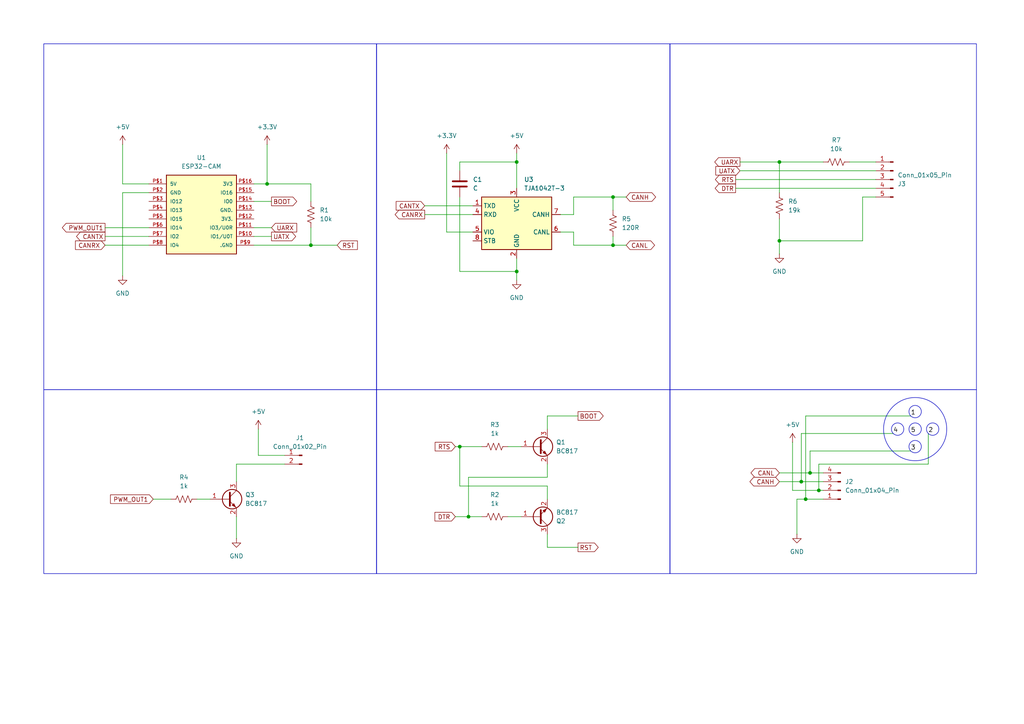
<source format=kicad_sch>
(kicad_sch (version 20250114) (generator "eeschema") (generator_version "9.0")
  (paper "A4")
  (lib_symbols
    (symbol "Connector:Conn_01x02_Pin" (pin_names (offset 1.016) (hide yes))
      (property "Reference" "J" (at 0 2.54 0))
      (property "Value" "Conn_01x02_Pin" (at 0 -5.08 0))
      (symbol "Conn_01x02_Pin_1_1"
        (rectangle (start 0.8636 0.127) (end 0 -0.127) (stroke (width 0.1524)) (fill (type outline)))
        (rectangle (start 0.8636 -2.413) (end 0 -2.667) (stroke (width 0.1524)) (fill (type outline)))
        (polyline (pts (xy 1.27 0) (xy 0.8636 0)) (stroke (width 0.1524)))
        (polyline (pts (xy 1.27 -2.54) (xy 0.8636 -2.54)) (stroke (width 0.1524)))
        (pin passive line (at 5.08 0 180) (length 3.81) (name "Pin_1") (number "1"))
        (pin passive line (at 5.08 -2.54 180) (length 3.81) (name "Pin_2") (number "2"))
      )
    )
    (symbol "Connector:Conn_01x04_Pin" (pin_names (offset 1.016) (hide yes))
      (property "Reference" "J" (at 0 5.08 0))
      (property "Value" "Conn_01x04_Pin" (at 0 -7.62 0))
      (symbol "Conn_01x04_Pin_1_1"
        (rectangle (start 0.8636 2.667) (end 0 2.413) (stroke (width 0.1524)) (fill (type outline)))
        (rectangle (start 0.8636 0.127) (end 0 -0.127) (stroke (width 0.1524)) (fill (type outline)))
        (rectangle (start 0.8636 -2.413) (end 0 -2.667) (stroke (width 0.1524)) (fill (type outline)))
        (rectangle (start 0.8636 -4.953) (end 0 -5.207) (stroke (width 0.1524)) (fill (type outline)))
        (polyline (pts (xy 1.27 2.54) (xy 0.8636 2.54)) (stroke (width 0.1524)))
        (polyline (pts (xy 1.27 0) (xy 0.8636 0)) (stroke (width 0.1524)))
        (polyline (pts (xy 1.27 -2.54) (xy 0.8636 -2.54)) (stroke (width 0.1524)))
        (polyline (pts (xy 1.27 -5.08) (xy 0.8636 -5.08)) (stroke (width 0.1524)))
        (pin passive line (at 5.08 2.54 180) (length 3.81) (name "Pin_1") (number "1"))
        (pin passive line (at 5.08 0 180) (length 3.81) (name "Pin_2") (number "2"))
        (pin passive line (at 5.08 -2.54 180) (length 3.81) (name "Pin_3") (number "3"))
        (pin passive line (at 5.08 -5.08 180) (length 3.81) (name "Pin_4") (number "4"))
      )
    )
    (symbol "Connector:Conn_01x05_Pin" (pin_names (offset 1.016) (hide yes))
      (property "Reference" "J" (at 0 7.62 0))
      (property "Value" "Conn_01x05_Pin" (at 0 -7.62 0))
      (symbol "Conn_01x05_Pin_1_1"
        (rectangle (start 0.8636 5.207) (end 0 4.953) (stroke (width 0.1524)) (fill (type outline)))
        (rectangle (start 0.8636 2.667) (end 0 2.413) (stroke (width 0.1524)) (fill (type outline)))
        (rectangle (start 0.8636 0.127) (end 0 -0.127) (stroke (width 0.1524)) (fill (type outline)))
        (rectangle (start 0.8636 -2.413) (end 0 -2.667) (stroke (width 0.1524)) (fill (type outline)))
        (rectangle (start 0.8636 -4.953) (end 0 -5.207) (stroke (width 0.1524)) (fill (type outline)))
        (polyline (pts (xy 1.27 5.08) (xy 0.8636 5.08)) (stroke (width 0.1524)))
        (polyline (pts (xy 1.27 2.54) (xy 0.8636 2.54)) (stroke (width 0.1524)))
        (polyline (pts (xy 1.27 0) (xy 0.8636 0)) (stroke (width 0.1524)))
        (polyline (pts (xy 1.27 -2.54) (xy 0.8636 -2.54)) (stroke (width 0.1524)))
        (polyline (pts (xy 1.27 -5.08) (xy 0.8636 -5.08)) (stroke (width 0.1524)))
        (pin passive line (at 5.08 5.08 180) (length 3.81) (name "Pin_1") (number "1"))
        (pin passive line (at 5.08 2.54 180) (length 3.81) (name "Pin_2") (number "2"))
        (pin passive line (at 5.08 0 180) (length 3.81) (name "Pin_3") (number "3"))
        (pin passive line (at 5.08 -2.54 180) (length 3.81) (name "Pin_4") (number "4"))
        (pin passive line (at 5.08 -5.08 180) (length 3.81) (name "Pin_5") (number "5"))
      )
    )
    (symbol "Device:C" (pin_numbers (hide yes)) (pin_names (offset 0.254))
      (property "Reference" "C" (at 0.635 2.54 0))
      (property "Value" "C" (at 0.635 -2.54 0))
      (symbol "C_0_1"
        (polyline (pts (xy -2.032 0.762) (xy 2.032 0.762)) (stroke (width 0.508)))
        (polyline (pts (xy -2.032 -0.762) (xy 2.032 -0.762)) (stroke (width 0.508)))
      )
      (symbol "C_1_1"
        (pin passive line (at 0 3.81 270) (length 2.794) (name "~") (number "1"))
        (pin passive line (at 0 -3.81 90) (length 2.794) (name "~") (number "2"))
      )
    )
    (symbol "Device:R_US" (pin_numbers (hide yes)) (pin_names (offset 0))
      (property "Reference" "R" (at 2.54 0 90))
      (property "Value" "R_US" (at -2.54 0 90))
      (symbol "R_US_0_1"
        (polyline (pts (xy 0 2.286) (xy 0 2.54)))
        (polyline (pts (xy 0 2.286) (xy 1.016 1.905) (xy 0 1.524) (xy -1.016 1.143) (xy 0 0.762)))
        (polyline (pts (xy 0 0.762) (xy 1.016 0.381) (xy 0 0) (xy -1.016 -0.381) (xy 0 -0.762)))
        (polyline (pts (xy 0 -0.762) (xy 1.016 -1.143) (xy 0 -1.524) (xy -1.016 -1.905) (xy 0 -2.286)))
        (polyline (pts (xy 0 -2.286) (xy 0 -2.54)))
      )
      (symbol "R_US_1_1"
        (pin passive line (at 0 3.81 270) (length 1.27) (name "~") (number "1"))
        (pin passive line (at 0 -3.81 90) (length 1.27) (name "~") (number "2"))
      )
    )
    (symbol "Esp32:ESP32-CAM" (pin_names (offset 1.016))
      (property "Reference" "U" (at -10.16 20.32 0))
      (property "Value" "ESP32-CAM" (at 0 0 0))
      (symbol "ESP32-CAM_0_0"
        (rectangle (start -10.16 -5.08) (end 10.16 17.78) (stroke (width 0.254)) (fill (type background)))
        (pin bidirectional line (at -15.24 15.24 0) (length 5.08) (name "5V") (number "P$1"))
        (pin bidirectional line (at -15.24 12.7 0) (length 5.08) (name "GND") (number "P$2"))
        (pin bidirectional line (at -15.24 10.16 0) (length 5.08) (name "IO12") (number "P$3"))
        (pin bidirectional line (at -15.24 7.62 0) (length 5.08) (name "IO13") (number "P$4"))
        (pin bidirectional line (at -15.24 5.08 0) (length 5.08) (name "IO15") (number "P$5"))
        (pin bidirectional line (at -15.24 2.54 0) (length 5.08) (name "IO14") (number "P$6"))
        (pin bidirectional line (at -15.24 0 0) (length 5.08) (name "IO2") (number "P$7"))
        (pin bidirectional line (at -15.24 -2.54 0) (length 5.08) (name "IO4") (number "P$8"))
        (pin bidirectional line (at 15.24 15.24 180) (length 5.08) (name "3V3") (number "P$16"))
        (pin bidirectional line (at 15.24 12.7 180) (length 5.08) (name "IO16") (number "P$15"))
        (pin bidirectional line (at 15.24 10.16 180) (length 5.08) (name "IO0") (number "P$14"))
        (pin bidirectional line (at 15.24 7.62 180) (length 5.08) (name "GND.") (number "P$13"))
        (pin bidirectional line (at 15.24 5.08 180) (length 5.08) (name "3V3.") (number "P$12"))
        (pin bidirectional line (at 15.24 2.54 180) (length 5.08) (name "IO3/U0R") (number "P$11"))
        (pin bidirectional line (at 15.24 0 180) (length 5.08) (name "IO1/U0T") (number "P$10"))
        (pin bidirectional line (at 15.24 -2.54 180) (length 5.08) (name ".GND") (number "P$9"))
      )
    )
    (symbol "Interface_CAN_LIN:TJA1042T-3"
      (property "Reference" "U" (at -10.16 8.89 0))
      (property "Value" "TJA1042T-3" (at 1.27 8.89 0))
      (symbol "TJA1042T-3_0_1"
        (rectangle (start -10.16 7.62) (end 10.16 -7.62) (stroke (width 0.254)) (fill (type background)))
      )
      (symbol "TJA1042T-3_1_1"
        (pin input line (at -12.7 5.08 0) (length 2.54) (name "TXD") (number "1"))
        (pin output line (at -12.7 2.54 0) (length 2.54) (name "RXD") (number "4"))
        (pin power_in line (at -12.7 -2.54 0) (length 2.54) (name "VIO") (number "5"))
        (pin input line (at -12.7 -5.08 0) (length 2.54) (name "STB") (number "8"))
        (pin power_in line (at 0 10.16 270) (length 2.54) (name "VCC") (number "3"))
        (pin power_in line (at 0 -10.16 90) (length 2.54) (name "GND") (number "2"))
        (pin bidirectional line (at 12.7 2.54 180) (length 2.54) (name "CANH") (number "7"))
        (pin bidirectional line (at 12.7 -2.54 180) (length 2.54) (name "CANL") (number "6"))
      )
    )
    (symbol "Transistor_BJT:BC817" (pin_names (offset 0) (hide yes))
      (property "Reference" "Q" (at 5.08 1.905 0))
      (property "Value" "BC817" (at 5.08 0 0))
      (symbol "BC817_0_1"
        (polyline (pts (xy -2.54 0) (xy 0.635 0)))
        (polyline (pts (xy 0.635 1.905) (xy 0.635 -1.905)) (stroke (width 0.508)))
        (circle (center 1.27 0) (radius 2.8194) (stroke (width 0.254)))
      )
      (symbol "BC817_1_1"
        (polyline (pts (xy 0.635 0.635) (xy 2.54 2.54)))
        (polyline (pts (xy 0.635 -0.635) (xy 2.54 -2.54)))
        (polyline (pts (xy 1.27 -1.778) (xy 1.778 -1.27) (xy 2.286 -2.286) (xy 1.27 -1.778)) (fill (type outline)))
        (pin input line (at -5.08 0 0) (length 2.54) (name "B") (number "1"))
        (pin passive line (at 2.54 5.08 270) (length 2.54) (name "C") (number "3"))
        (pin passive line (at 2.54 -5.08 90) (length 2.54) (name "E") (number "2"))
      )
    )
    (symbol "power:+3.3V" (power) (pin_numbers (hide yes)) (pin_names (offset 0) (hide yes))
      (property "Value" "+3.3V" (at 0 3.556 0))
      (symbol "+3.3V_0_1"
        (polyline (pts (xy -0.762 1.27) (xy 0 2.54)))
        (polyline (pts (xy 0 2.54) (xy 0.762 1.27)))
        (polyline (pts (xy 0 0) (xy 0 2.54)))
      )
      (symbol "+3.3V_1_1"
        (pin power_in line (at 0 0 90) (length 0) (name "~") (number "1"))
      )
    )
    (symbol "power:+5V" (power) (pin_numbers (hide yes)) (pin_names (offset 0) (hide yes))
      (property "Value" "+5V" (at 0 3.556 0))
      (symbol "+5V_0_1"
        (polyline (pts (xy -0.762 1.27) (xy 0 2.54)))
        (polyline (pts (xy 0 2.54) (xy 0.762 1.27)))
        (polyline (pts (xy 0 0) (xy 0 2.54)))
      )
      (symbol "+5V_1_1"
        (pin power_in line (at 0 0 90) (length 0) (name "~") (number "1"))
      )
    )
    (symbol "power:GND" (power) (pin_numbers (hide yes)) (pin_names (offset 0) (hide yes))
      (property "Value" "GND" (at 0 -3.81 0))
      (symbol "GND_0_1"
        (polyline (pts (xy 0 0) (xy 0 -1.27) (xy 1.27 -1.27) (xy 0 -2.54) (xy -1.27 -1.27) (xy 0 -1.27)))
      )
      (symbol "GND_1_1"
        (pin power_in line (at 0 0 270) (length 0) (name "~") (number "1"))
      )
    )
  )
  (rectangle (start 109.22 113.03) (end 194.31 166.37))
  (circle (center 265.43 124.46) (radius 9.1581))
  (rectangle (start 194.31 113.03) (end 283.21 166.37))
  (circle (center 265.43 119.38) (radius 1.7961))
  (circle (center 260.35 124.46) (radius 1.7961))
  (rectangle (start 109.22 12.7) (end 194.31 113.03))
  (circle (center 265.43 129.54) (radius 1.7961))
  (rectangle (start 12.7 12.7) (end 109.22 113.03))
  (circle (center 265.43 124.46) (radius 1.7961))
  (rectangle (start 194.31 12.7) (end 283.21 113.03))
  (rectangle (start 12.7 113.03) (end 109.22 166.37))
  (circle (center 270.51 124.46) (radius 1.7961))
  (junction (at 135.89 149.86))
  (junction (at 177.8 71.12))
  (junction (at 177.8 57.15))
  (junction (at 133.35 129.54))
  (junction (at 233.68 144.78))
  (junction (at 226.06 46.99))
  (junction (at 232.41 139.7))
  (junction (at 149.86 78.74))
  (junction (at 77.47 53.34))
  (junction (at 234.95 137.16))
  (junction (at 226.06 69.85))
  (junction (at 90.17 71.12))
  (junction (at 237.49 142.24))
  (junction (at 149.86 46.99))
  (wire (pts (xy 177.8 71.12) (xy 181.61 71.12)))
  (wire (pts (xy 264.16 120.65) (xy 233.68 120.65)))
  (wire (pts (xy 137.16 67.31) (xy 129.54 67.31)))
  (wire (pts (xy 246.38 46.99) (xy 254 46.99)))
  (wire (pts (xy 30.48 66.04) (xy 43.18 66.04)))
  (wire (pts (xy 162.56 62.23) (xy 166.37 62.23)))
  (wire (pts (xy 90.17 71.12) (xy 97.79 71.12)))
  (wire (pts (xy 133.35 129.54) (xy 139.7 129.54)))
  (wire (pts (xy 35.56 80.01) (xy 35.56 55.88)))
  (wire (pts (xy 90.17 53.34) (xy 77.47 53.34)))
  (wire (pts (xy 77.47 53.34) (xy 73.66 53.34)))
  (wire (pts (xy 158.75 120.65) (xy 158.75 124.46)))
  (wire (pts (xy 269.24 125.73) (xy 269.24 134.62)))
  (wire (pts (xy 73.66 71.12) (xy 90.17 71.12)))
  (wire (pts (xy 68.58 149.86) (xy 68.58 156.21)))
  (wire (pts (xy 149.86 46.99) (xy 149.86 54.61)))
  (wire (pts (xy 229.87 142.24) (xy 237.49 142.24)))
  (wire (pts (xy 90.17 66.04) (xy 90.17 71.12)))
  (wire (pts (xy 123.19 62.23) (xy 137.16 62.23)))
  (wire (pts (xy 135.89 138.43) (xy 135.89 149.86)))
  (wire (pts (xy 214.63 46.99) (xy 226.06 46.99)))
  (wire (pts (xy 149.86 74.93) (xy 149.86 78.74)))
  (wire (pts (xy 226.06 69.85) (xy 226.06 73.66)))
  (wire (pts (xy 57.15 144.78) (xy 60.96 144.78)))
  (wire (pts (xy 133.35 46.99) (xy 149.86 46.99)))
  (wire (pts (xy 237.49 134.62) (xy 237.49 142.24)))
  (wire (pts (xy 229.87 128.27) (xy 229.87 142.24)))
  (wire (pts (xy 158.75 144.78) (xy 158.75 140.97)))
  (wire (pts (xy 226.06 137.16) (xy 234.95 137.16)))
  (wire (pts (xy 250.19 69.85) (xy 226.06 69.85)))
  (wire (pts (xy 30.48 68.58) (xy 43.18 68.58)))
  (wire (pts (xy 226.06 139.7) (xy 232.41 139.7)))
  (wire (pts (xy 68.58 134.62) (xy 82.55 134.62)))
  (wire (pts (xy 269.24 134.62) (xy 237.49 134.62)))
  (wire (pts (xy 238.76 46.99) (xy 226.06 46.99)))
  (wire (pts (xy 44.45 144.78) (xy 49.53 144.78)))
  (wire (pts (xy 166.37 62.23) (xy 166.37 57.15)))
  (wire (pts (xy 35.56 41.91) (xy 35.56 53.34)))
  (wire (pts (xy 73.66 68.58) (xy 78.74 68.58)))
  (wire (pts (xy 74.93 132.08) (xy 82.55 132.08)))
  (wire (pts (xy 73.66 66.04) (xy 78.74 66.04)))
  (wire (pts (xy 133.35 78.74) (xy 149.86 78.74)))
  (wire (pts (xy 233.68 144.78) (xy 238.76 144.78)))
  (wire (pts (xy 68.58 139.7) (xy 68.58 134.62)))
  (wire (pts (xy 30.48 71.12) (xy 43.18 71.12)))
  (wire (pts (xy 233.68 120.65) (xy 233.68 144.78)))
  (wire (pts (xy 213.36 52.07) (xy 254 52.07)))
  (wire (pts (xy 167.64 120.65) (xy 158.75 120.65)))
  (wire (pts (xy 167.64 158.75) (xy 158.75 158.75)))
  (wire (pts (xy 158.75 138.43) (xy 135.89 138.43)))
  (wire (pts (xy 132.08 149.86) (xy 135.89 149.86)))
  (wire (pts (xy 264.16 130.81) (xy 234.95 130.81)))
  (wire (pts (xy 133.35 49.53) (xy 133.35 46.99)))
  (wire (pts (xy 133.35 140.97) (xy 133.35 129.54)))
  (wire (pts (xy 158.75 140.97) (xy 133.35 140.97)))
  (wire (pts (xy 73.66 58.42) (xy 78.74 58.42)))
  (wire (pts (xy 232.41 139.7) (xy 238.76 139.7)))
  (wire (pts (xy 237.49 142.24) (xy 238.76 142.24)))
  (wire (pts (xy 135.89 149.86) (xy 139.7 149.86)))
  (wire (pts (xy 177.8 68.58) (xy 177.8 71.12)))
  (wire (pts (xy 250.19 57.15) (xy 250.19 69.85)))
  (wire (pts (xy 234.95 130.81) (xy 234.95 137.16)))
  (wire (pts (xy 177.8 57.15) (xy 181.61 57.15)))
  (wire (pts (xy 35.56 55.88) (xy 43.18 55.88)))
  (wire (pts (xy 259.08 125.73) (xy 232.41 125.73)))
  (wire (pts (xy 129.54 44.45) (xy 129.54 67.31)))
  (wire (pts (xy 177.8 57.15) (xy 177.8 60.96)))
  (wire (pts (xy 162.56 67.31) (xy 166.37 67.31)))
  (wire (pts (xy 132.08 129.54) (xy 133.35 129.54)))
  (wire (pts (xy 213.36 54.61) (xy 254 54.61)))
  (wire (pts (xy 77.47 41.91) (xy 77.47 53.34)))
  (wire (pts (xy 133.35 57.15) (xy 133.35 78.74)))
  (wire (pts (xy 232.41 125.73) (xy 232.41 139.7)))
  (wire (pts (xy 149.86 44.45) (xy 149.86 46.99)))
  (wire (pts (xy 147.32 149.86) (xy 151.13 149.86)))
  (wire (pts (xy 35.56 53.34) (xy 43.18 53.34)))
  (wire (pts (xy 231.14 154.94) (xy 231.14 144.78)))
  (wire (pts (xy 226.06 46.99) (xy 226.06 55.88)))
  (wire (pts (xy 166.37 71.12) (xy 177.8 71.12)))
  (wire (pts (xy 158.75 134.62) (xy 158.75 138.43)))
  (wire (pts (xy 254 57.15) (xy 250.19 57.15)))
  (wire (pts (xy 231.14 144.78) (xy 233.68 144.78)))
  (wire (pts (xy 214.63 49.53) (xy 254 49.53)))
  (wire (pts (xy 149.86 78.74) (xy 149.86 81.28)))
  (wire (pts (xy 90.17 58.42) (xy 90.17 53.34)))
  (wire (pts (xy 234.95 137.16) (xy 238.76 137.16)))
  (wire (pts (xy 74.93 124.46) (xy 74.93 132.08)))
  (wire (pts (xy 166.37 57.15) (xy 177.8 57.15)))
  (wire (pts (xy 226.06 63.5) (xy 226.06 69.85)))
  (wire (pts (xy 158.75 154.94) (xy 158.75 158.75)))
  (wire (pts (xy 166.37 67.31) (xy 166.37 71.12)))
  (wire (pts (xy 123.19 59.69) (xy 137.16 59.69)))
  (wire (pts (xy 147.32 129.54) (xy 151.13 129.54)))
  (label "5" (at 264.16 125.73 0))
  (label "2" (at 269.24 125.73 0))
  (label "3" (at 264.16 130.81 0))
  (label "4" (at 259.08 125.73 0))
  (label "1" (at 264.16 120.65 0))
  (global_label "CANRX" (shape output) (at 123.19 62.23 180) (property "Intersheetrefs" "${INTERSHEET_REFS}" (effects (hide yes))))
  (global_label "CANL" (shape bidirectional) (at 226.06 137.16 180) (property "Intersheetrefs" "${INTERSHEET_REFS}" (effects (hide yes))))
  (global_label "CANH" (shape bidirectional) (at 181.61 57.15 0) (property "Intersheetrefs" "${INTERSHEET_REFS}" (effects (hide yes))))
  (global_label "CANRX" (shape input) (at 30.48 71.12 180) (property "Intersheetrefs" "${INTERSHEET_REFS}" (effects (hide yes))))
  (global_label "CANTX" (shape output) (at 30.48 68.58 180) (property "Intersheetrefs" "${INTERSHEET_REFS}" (effects (hide yes))))
  (global_label "CANL" (shape bidirectional) (at 181.61 71.12 0) (property "Intersheetrefs" "${INTERSHEET_REFS}" (effects (hide yes))))
  (global_label "DTR" (shape output) (at 213.36 54.61 180) (property "Intersheetrefs" "${INTERSHEET_REFS}" (effects (hide yes))))
  (global_label "BOOT" (shape output) (at 78.74 58.42 0) (property "Intersheetrefs" "${INTERSHEET_REFS}" (effects (hide yes))))
  (global_label "UARX" (shape input) (at 78.74 66.04 0) (property "Intersheetrefs" "${INTERSHEET_REFS}" (effects (hide yes))))
  (global_label "DTR" (shape input) (at 132.08 149.86 180) (property "Intersheetrefs" "${INTERSHEET_REFS}" (effects (hide yes))))
  (global_label "UATX" (shape input) (at 214.63 49.53 180) (property "Intersheetrefs" "${INTERSHEET_REFS}" (effects (hide yes))))
  (global_label "RTS" (shape output) (at 213.36 52.07 180) (property "Intersheetrefs" "${INTERSHEET_REFS}" (effects (hide yes))))
  (global_label "CANTX" (shape input) (at 123.19 59.69 180) (property "Intersheetrefs" "${INTERSHEET_REFS}" (effects (hide yes))))
  (global_label "PWM_OUT1" (shape output) (at 30.48 66.04 180) (property "Intersheetrefs" "${INTERSHEET_REFS}" (effects (hide yes))))
  (global_label "UARX" (shape output) (at 214.63 46.99 180) (property "Intersheetrefs" "${INTERSHEET_REFS}" (effects (hide yes))))
  (global_label "UATX" (shape output) (at 78.74 68.58 0) (property "Intersheetrefs" "${INTERSHEET_REFS}" (effects (hide yes))))
  (global_label "PWM_OUT1" (shape input) (at 44.45 144.78 180) (property "Intersheetrefs" "${INTERSHEET_REFS}" (effects (hide yes))))
  (global_label "RTS" (shape input) (at 132.08 129.54 180) (property "Intersheetrefs" "${INTERSHEET_REFS}" (effects (hide yes))))
  (global_label "BOOT" (shape output) (at 167.64 120.65 0) (property "Intersheetrefs" "${INTERSHEET_REFS}" (effects (hide yes))))
  (global_label "RST" (shape output) (at 167.64 158.75 0) (property "Intersheetrefs" "${INTERSHEET_REFS}" (effects (hide yes))))
  (global_label "RST" (shape input) (at 97.79 71.12 0) (property "Intersheetrefs" "${INTERSHEET_REFS}" (effects (hide yes))))
  (global_label "CANH" (shape bidirectional) (at 226.06 139.7 180) (property "Intersheetrefs" "${INTERSHEET_REFS}" (effects (hide yes))))
  (symbol (lib_id "Transistor_BJT:BC817") (at 66.04 144.78 0) (unit 1)
    (property "Reference" "Q3" (at 71.12 143.5099 0) (effects (justify left)))
    (property "Value" "BC817" (at 71.12 146.0499 0) (effects (justify left)))
    (property "Footprint" "Package_TO_SOT_SMD:SOT-23" (effects (hide yes)))
    (property "Datasheet" "https://www.onsemi.com/pub/Collateral/BC818-D.pdf" (effects (hide yes)))
    (property "Description" "0.8A Ic, 45V Vce, NPN Transistor, SOT-23" (effects (hide yes)))
  )
  (symbol (lib_id "power:GND") (at 35.56 80.01 0) (unit 1)
    (property "Reference" "#PWR01" (effects (hide yes)))
    (property "Value" "GND" (at 35.56 85.09 0))
    (property "Description" "Power symbol creates a global label with name \"GND\" , ground" (effects (hide yes)))
  )
  (symbol (lib_id "Device:R_US") (at 177.8 64.77 0) (unit 1)
    (property "Reference" "R5" (at 180.34 63.4999 0) (effects (justify left)))
    (property "Value" "120R" (at 180.34 66.0399 0) (effects (justify left)))
    (property "Footprint" "Resistor_SMD:R_0805_2012Metric" (effects (hide yes)))
    (property "Description" "Resistor, US symbol" (effects (hide yes)))
  )
  (symbol (lib_id "power:+5V") (at 149.86 44.45 0) (unit 1)
    (property "Reference" "#PWR05" (effects (hide yes)))
    (property "Value" "+5V" (at 149.86 39.37 0))
    (property "Description" "Power symbol creates a global label with name \"+5V\"" (effects (hide yes)))
  )
  (symbol (lib_id "Connector:Conn_01x02_Pin") (at 87.63 132.08 0) (mirror y) (unit 1)
    (property "Reference" "J1" (at 86.995 127 0))
    (property "Value" "Conn_01x02_Pin" (at 86.995 129.54 0))
    (property "Footprint" "Connector_PinHeader_2.54mm:PinHeader_1x02_P2.54mm_Vertical" (effects (hide yes)))
    (property "Description" "Generic connector, single row, 01x02, script generated" (effects (hide yes)))
  )
  (symbol (lib_id "Device:R_US") (at 90.17 62.23 0) (unit 1)
    (property "Reference" "R1" (at 92.71 60.9599 0) (effects (justify left)))
    (property "Value" "10k" (at 92.71 63.4999 0) (effects (justify left)))
    (property "Footprint" "Resistor_SMD:R_0805_2012Metric" (effects (hide yes)))
    (property "Description" "Resistor, US symbol" (effects (hide yes)))
  )
  (symbol (lib_id "Interface_CAN_LIN:TJA1042T-3") (at 149.86 64.77 0) (unit 1)
    (property "Reference" "U3" (at 152.0033 52.07 0) (effects (justify left)))
    (property "Value" "TJA1042T-3" (at 152.0033 54.61 0) (effects (justify left)))
    (property "Footprint" "Package_SO:SOIC-8_3.9x4.9mm_P1.27mm" (effects (hide yes)))
    (property "Datasheet" "http://www.nxp.com/docs/en/data-sheet/TJA1042.pdf" (effects (hide yes)))
    (property "Description" "High-Speed CAN Transceiver, separate VIO, standby mode, SOIC-8" (effects (hide yes)))
  )
  (symbol (lib_id "Device:R_US") (at 143.51 149.86 90) (unit 1)
    (property "Reference" "R2" (at 143.51 143.51 90))
    (property "Value" "1k" (at 143.51 146.05 90))
    (property "Footprint" "Resistor_SMD:R_0805_2012Metric" (effects (hide yes)))
    (property "Description" "Resistor, US symbol" (effects (hide yes)))
  )
  (symbol (lib_id "power:GND") (at 149.86 81.28 0) (unit 1)
    (property "Reference" "#PWR010" (effects (hide yes)))
    (property "Value" "GND" (at 149.86 86.36 0))
    (property "Description" "Power symbol creates a global label with name \"GND\" , ground" (effects (hide yes)))
  )
  (symbol (lib_id "Device:R_US") (at 226.06 59.69 0) (unit 1)
    (property "Reference" "R6" (at 228.6 58.4199 0) (effects (justify left)))
    (property "Value" "19k" (at 228.6 60.9599 0) (effects (justify left)))
    (property "Footprint" "Resistor_SMD:R_0805_2012Metric" (effects (hide yes)))
    (property "Description" "Resistor, US symbol" (effects (hide yes)))
  )
  (symbol (lib_id "Device:R_US") (at 53.34 144.78 90) (unit 1)
    (property "Reference" "R4" (at 53.34 138.43 90))
    (property "Value" "1k" (at 53.34 140.97 90))
    (property "Footprint" "Resistor_SMD:R_0805_2012Metric" (effects (hide yes)))
    (property "Description" "Resistor, US symbol" (effects (hide yes)))
  )
  (symbol (lib_id "power:+3.3V") (at 129.54 44.45 0) (unit 1)
    (property "Reference" "#PWR07" (effects (hide yes)))
    (property "Value" "+3.3V" (at 129.54 39.37 0))
    (property "Description" "Power symbol creates a global label with name \"+3.3V\"" (effects (hide yes)))
  )
  (symbol (lib_id "Transistor_BJT:BC817") (at 156.21 149.86 0) (mirror x) (unit 1)
    (property "Reference" "Q2" (at 161.29 151.1301 0) (effects (justify left)))
    (property "Value" "BC817" (at 161.29 148.5901 0) (effects (justify left)))
    (property "Footprint" "Package_TO_SOT_SMD:SOT-23" (effects (hide yes)))
    (property "Datasheet" "https://www.onsemi.com/pub/Collateral/BC818-D.pdf" (effects (hide yes)))
    (property "Description" "0.8A Ic, 45V Vce, NPN Transistor, SOT-23" (effects (hide yes)))
  )
  (symbol (lib_id "Device:C") (at 133.35 53.34 0) (unit 1)
    (property "Reference" "C1" (at 137.16 52.0699 0) (effects (justify left)))
    (property "Value" "C" (at 137.16 54.6099 0) (effects (justify left)))
    (property "Footprint" "Capacitor_SMD:C_1206_3216Metric" (effects (hide yes)))
    (property "Description" "Unpolarized capacitor" (effects (hide yes)))
  )
  (symbol (lib_id "power:+5V") (at 229.87 128.27 0) (unit 1)
    (property "Reference" "#PWR08" (effects (hide yes)))
    (property "Value" "+5V" (at 229.87 123.19 0))
    (property "Description" "Power symbol creates a global label with name \"+5V\"" (effects (hide yes)))
  )
  (symbol (lib_id "power:+5V") (at 35.56 41.91 0) (unit 1)
    (property "Reference" "#PWR02" (effects (hide yes)))
    (property "Value" "+5V" (at 35.56 36.83 0))
    (property "Description" "Power symbol creates a global label with name \"+5V\"" (effects (hide yes)))
  )
  (symbol (lib_id "Connector:Conn_01x04_Pin") (at 243.84 142.24 180) (unit 1)
    (property "Reference" "J2" (at 245.11 139.6999 0) (effects (justify right)))
    (property "Value" "Conn_01x04_Pin" (at 245.11 142.2399 0) (effects (justify right)))
    (property "Footprint" "Connector_PinHeader_2.54mm:PinHeader_1x04_P2.54mm_Vertical" (effects (hide yes)))
    (property "Description" "Generic connector, single row, 01x04, script generated" (effects (hide yes)))
  )
  (symbol (lib_id "power:GND") (at 226.06 73.66 0) (unit 1)
    (property "Reference" "#PWR04" (effects (hide yes)))
    (property "Value" "GND" (at 226.06 78.74 0))
    (property "Description" "Power symbol creates a global label with name \"GND\" , ground" (effects (hide yes)))
  )
  (symbol (lib_id "Transistor_BJT:BC817") (at 156.21 129.54 0) (unit 1)
    (property "Reference" "Q1" (at 161.29 128.2699 0) (effects (justify left)))
    (property "Value" "BC817" (at 161.29 130.8099 0) (effects (justify left)))
    (property "Footprint" "Package_TO_SOT_SMD:SOT-23" (effects (hide yes)))
    (property "Datasheet" "https://www.onsemi.com/pub/Collateral/BC818-D.pdf" (effects (hide yes)))
    (property "Description" "0.8A Ic, 45V Vce, NPN Transistor, SOT-23" (effects (hide yes)))
  )
  (symbol (lib_id "Device:R_US") (at 143.51 129.54 90) (unit 1)
    (property "Reference" "R3" (at 143.51 123.19 90))
    (property "Value" "1k" (at 143.51 125.73 90))
    (property "Footprint" "Resistor_SMD:R_0805_2012Metric" (effects (hide yes)))
    (property "Description" "Resistor, US symbol" (effects (hide yes)))
  )
  (symbol (lib_id "Device:R_US") (at 242.57 46.99 90) (unit 1)
    (property "Reference" "R7" (at 242.57 40.64 90))
    (property "Value" "10k" (at 242.57 43.18 90))
    (property "Footprint" "Resistor_SMD:R_0805_2012Metric" (effects (hide yes)))
    (property "Description" "Resistor, US symbol" (effects (hide yes)))
  )
  (symbol (lib_id "power:+5V") (at 74.93 124.46 0) (mirror y) (unit 1)
    (property "Reference" "#PWR011" (effects (hide yes)))
    (property "Value" "+5V" (at 74.93 119.38 0))
    (property "Description" "Power symbol creates a global label with name \"+5V\"" (effects (hide yes)))
  )
  (symbol (lib_id "Connector:Conn_01x05_Pin") (at 259.08 52.07 0) (mirror y) (unit 1)
    (property "Reference" "J3" (at 260.35 53.3401 0) (effects (justify right)))
    (property "Value" "Conn_01x05_Pin" (at 260.35 50.8001 0) (effects (justify right)))
    (property "Footprint" "Connector_PinHeader_2.54mm:PinHeader_1x05_P2.54mm_Vertical" (effects (hide yes)))
    (property "Description" "Generic connector, single row, 01x05, script generated" (effects (hide yes)))
  )
  (symbol (lib_id "power:GND") (at 231.14 154.94 0) (unit 1)
    (property "Reference" "#PWR09" (effects (hide yes)))
    (property "Value" "GND" (at 231.14 160.02 0))
    (property "Description" "Power symbol creates a global label with name \"GND\" , ground" (effects (hide yes)))
  )
  (symbol (lib_id "Esp32:ESP32-CAM") (at 58.42 68.58 0) (unit 1)
    (property "Reference" "U1" (at 58.42 45.72 0))
    (property "Value" "ESP32-CAM" (at 58.42 48.26 0))
    (property "Footprint" "esp32:ESP32-CAM" (effects (hide yes)))
    (property "MF" "Olimex Ltd." (effects (hide yes)))
    (property "DESCRIPTION" "ESP32 ESP32 Transceiver; 802.11 a/b/g/n (Wi-Fi, WiFi, WLAN), Bluetooth® Smart 4.x Low Energy (BLE) Evaluation Board" (effects (hide yes)))
    (property "PACKAGE" "None" (effects (hide yes)))
    (property "PRICE" "None" (effects (hide yes)))
    (property "Package" "None" (effects (hide yes)))
    (property "Check_prices" "https://www.snapeda.com/parts/ESP32-CAM/Olimex/view-part/?ref=eda" (effects (hide yes)))
    (property "Price" "None" (effects (hide yes)))
    (property "SnapEDA_Link" "https://www.snapeda.com/parts/ESP32-CAM/Olimex/view-part/?ref=snap" (effects (hide yes)))
    (property "MP" "ESP32-CAM" (effects (hide yes)))
    (property "Availability" "In Stock" (effects (hide yes)))
    (property "AVAILABILITY" "Not in stock" (effects (hide yes)))
    (property "Description_1" "WiFi Development Tools - 802.11" (effects (hide yes)))
  )
  (symbol (lib_id "power:+3.3V") (at 77.47 41.91 0) (unit 1)
    (property "Reference" "#PWR03" (effects (hide yes)))
    (property "Value" "+3.3V" (at 77.47 36.83 0))
    (property "Description" "Power symbol creates a global label with name \"+3.3V\"" (effects (hide yes)))
  )
  (symbol (lib_id "power:GND") (at 68.58 156.21 0) (unit 1)
    (property "Reference" "#PWR06" (effects (hide yes)))
    (property "Value" "GND" (at 68.58 161.29 0))
    (property "Description" "Power symbol creates a global label with name \"GND\" , ground" (effects (hide yes)))
  )
)
</source>
